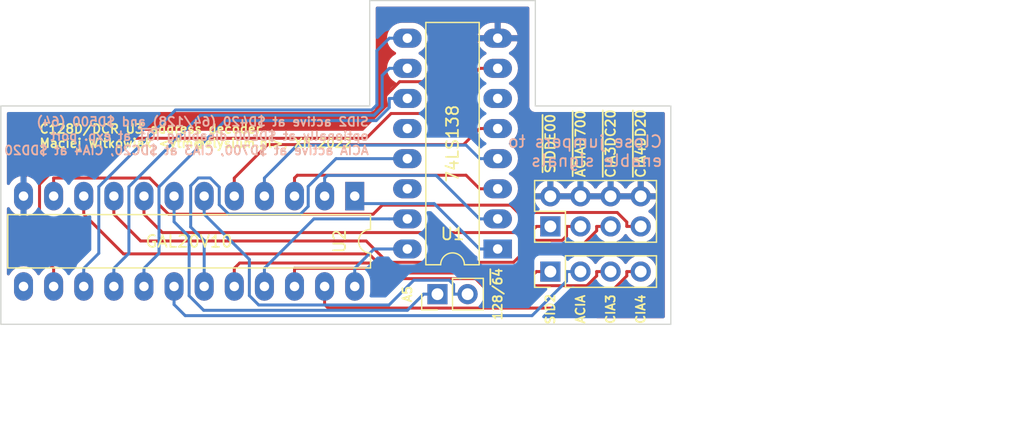
<source format=kicad_pcb>
(kicad_pcb (version 20211014) (generator pcbnew)
  (title_block (title "C128 U3 address decoder") (date "2022-12-11") (rev "1") (company "YTM Enterprises") (comment 1 "Maciej Witkowiak, <ytm@elysium.pl>"))
  (layers (0 "F.Cu" signal) (31 "B.Cu" signal) (34 "B.Paste" user) (35 "F.Paste" user) (36 "B.SilkS" user "B.Silkscreen") (37 "F.SilkS" user "F.Silkscreen") (38 "B.Mask" user) (39 "F.Mask" user) (44 "Edge.Cuts" user))
  (net 0 "")
  (net 5 "/A8")
  (net 6 "/A9")
  (net 7 "/A11")
  (net 8 "/~{U31}")
  (net 9 "/~{IOCS}")
  (net 10 "/~{IO2}")
  (net 11 "GND")
  (net 12 "/~{IO1}")
  (net 13 "/~{CIA2}")
  (net 14 "/~{CIA1}")
  (net 15 "/~{VDC}")
  (net 16 "/~{SID}")
  (net 17 "VCC")
  (net 18 "/A5")
  (net 19 "/~{SID_DE00}")
  (net 20 "/~{ACIA_D700}")
  (net 21 "/~{CIA3_DC20}")
  (net 22 "/~{CIA4_DD20}")
  (net 23 "/~{ACIA}")
  (net 24 "/~{SID2}")
  (net 25 "/~{CIA3}")
  (net 26 "/~{CIA4}")
  (net 27 "/128{slash}~{64}")
  (footprint "Connector_PinHeader_2.54mm:PinHeader_1x04_P2.54mm_Vertical" (layer "F.Cu") (at 165.735 104.775 90)
    (fp_text reference "J3" hide)
    (fp_text value "Conn_01x04" hide)
    (fp_line (start 1.33 1.27) (end 1.33 8.95) (layer "F.SilkS") (width 0.12))
    (fp_line (start -1.33 1.27) (end -1.33 8.95) (layer "F.SilkS") (width 0.12))
    (fp_line (start -1.33 -1.33) (end 0 -1.33) (layer "F.SilkS") (width 0.12))
    (fp_line (start -1.33 8.95) (end 1.33 8.95) (layer "F.SilkS") (width 0.12))
    (fp_line (start -1.33 1.27) (end 1.33 1.27) (layer "F.SilkS") (width 0.12))
    (fp_line (start -1.33 0) (end -1.33 -1.33) (layer "F.SilkS") (width 0.12))
    (pad "1" thru_hole rect (at 0 0 90) (size 1.7 1.7) (drill 1) (layers *.Cu *.Mask) (net 24 "/~{SID2}"))
    (pad "2" thru_hole oval (at 0 2.54 90) (size 1.7 1.7) (drill 1) (layers *.Cu *.Mask) (net 23 "/~{ACIA}"))
    (pad "3" thru_hole oval (at 0 5.08 90) (size 1.7 1.7) (drill 1) (layers *.Cu *.Mask) (net 25 "/~{CIA3}"))
    (pad "4" thru_hole oval (at 0 7.62 90) (size 1.7 1.7) (drill 1) (layers *.Cu *.Mask) (net 26 "/~{CIA4}"))
  )
  (footprint "Package_DIP:DIP-16_W7.62mm_LongPads" (layer "F.Cu") (at 161.29 102.87 180)
    (fp_text reference "U1" (at 3.81 1.27) (layer "F.SilkS"))
    (fp_text value "74LS138" (at 3.81 8.89 90) (layer "F.SilkS"))
    (fp_line (start 1.56 19.11) (end 6.06 19.11) (layer "F.SilkS") (width 0.12))
    (fp_line (start 1.56 -1.33) (end 1.56 19.11) (layer "F.SilkS") (width 0.12))
    (fp_line (start 2.81 -1.33) (end 1.56 -1.33) (layer "F.SilkS") (width 0.12))
    (fp_line (start 6.06 -1.33) (end 4.81 -1.33) (layer "F.SilkS") (width 0.12))
    (fp_line (start 6.06 19.11) (end 6.06 -1.33) (layer "F.SilkS") (width 0.12))
    (fp_arc (start 4.81 -1.33) (mid 3.81 -0.33) (end 2.81 -1.33) (layer "F.SilkS") (width 0.12))
    (pad "1" thru_hole rect (at 0 0 180) (size 2.4 1.6) (drill 0.8) (layers *.Cu *.Mask) (net 5 "/A8"))
    (pad "2" thru_hole oval (at 0 2.54 180) (size 2.4 1.6) (drill 0.8) (layers *.Cu *.Mask) (net 6 "/A9"))
    (pad "3" thru_hole oval (at 0 5.08 180) (size 2.4 1.6) (drill 0.8) (layers *.Cu *.Mask) (net 7 "/A11"))
    (pad "4" thru_hole oval (at 0 7.62 180) (size 2.4 1.6) (drill 0.8) (layers *.Cu *.Mask) (net 8 "/~{U31}"))
    (pad "5" thru_hole oval (at 0 10.16 180) (size 2.4 1.6) (drill 0.8) (layers *.Cu *.Mask) (net 9 "/~{IOCS}"))
    (pad "6" thru_hole oval (at 0 12.7 180) (size 2.4 1.6) (drill 0.8) (layers *.Cu *.Mask))
    (pad "7" thru_hole oval (at 0 15.24 180) (size 2.4 1.6) (drill 0.8) (layers *.Cu *.Mask) (net 10 "/~{IO2}"))
    (pad "8" thru_hole oval (at 0 17.78 180) (size 2.4 1.6) (drill 0.8) (layers *.Cu *.Mask) (net 11 "GND"))
    (pad "9" thru_hole oval (at 7.62 17.78 180) (size 2.4 1.6) (drill 0.8) (layers *.Cu *.Mask) (net 12 "/~{IO1}"))
    (pad "10" thru_hole oval (at 7.62 15.24 180) (size 2.4 1.6) (drill 0.8) (layers *.Cu *.Mask) (net 13 "/~{CIA2}"))
    (pad "11" thru_hole oval (at 7.62 12.7 180) (size 2.4 1.6) (drill 0.8) (layers *.Cu *.Mask) (net 14 "/~{CIA1}"))
    (pad "12" thru_hole oval (at 7.62 10.16 180) (size 2.4 1.6) (drill 0.8) (layers *.Cu *.Mask))
    (pad "13" thru_hole oval (at 7.62 7.62 180) (size 2.4 1.6) (drill 0.8) (layers *.Cu *.Mask) (net 15 "/~{VDC}"))
    (pad "14" thru_hole oval (at 7.62 5.08 180) (size 2.4 1.6) (drill 0.8) (layers *.Cu *.Mask))
    (pad "15" thru_hole oval (at 7.62 2.54 180) (size 2.4 1.6) (drill 0.8) (layers *.Cu *.Mask) (net 16 "/~{SID}"))
    (pad "16" thru_hole oval (at 7.62 0 180) (size 2.4 1.6) (drill 0.8) (layers *.Cu *.Mask) (net 17 "VCC"))
  )
  (footprint "Package_DIP:DIP-24_W7.62mm_LongPads" (layer "F.Cu") (at 149.23 98.41 -90)
    (fp_text reference "U2" (at 3.81 1.275 90) (layer "F.SilkS"))
    (fp_text value "GAL20V10" (at 3.825 13.975) (layer "F.SilkS"))
    (fp_line (start 1.56 -1.33) (end 1.56 29.27) (layer "F.SilkS") (width 0.12))
    (fp_line (start 1.56 29.27) (end 6.06 29.27) (layer "F.SilkS") (width 0.12))
    (fp_line (start 6.06 29.27) (end 6.06 -1.33) (layer "F.SilkS") (width 0.12))
    (fp_line (start 2.81 -1.33) (end 1.56 -1.33) (layer "F.SilkS") (width 0.12))
    (fp_line (start 6.06 -1.33) (end 4.81 -1.33) (layer "F.SilkS") (width 0.12))
    (fp_arc (start 4.81 -1.33) (mid 3.81 -0.33) (end 2.81 -1.33) (layer "F.SilkS") (width 0.12))
    (pad "1" thru_hole rect (at 0 0 270) (size 2.4 1.6) (drill 0.8) (layers *.Cu *.Mask) (net 5 "/A8"))
    (pad "2" thru_hole oval (at 0 2.54 270) (size 2.4 1.6) (drill 0.8) (layers *.Cu *.Mask) (net 6 "/A9"))
    (pad "3" thru_hole oval (at 0 5.08 270) (size 2.4 1.6) (drill 0.8) (layers *.Cu *.Mask) (net 7 "/A11"))
    (pad "4" thru_hole oval (at 0 7.62 270) (size 2.4 1.6) (drill 0.8) (layers *.Cu *.Mask) (net 8 "/~{U31}"))
    (pad "5" thru_hole oval (at 0 10.16 270) (size 2.4 1.6) (drill 0.8) (layers *.Cu *.Mask) (net 9 "/~{IOCS}"))
    (pad "6" thru_hole oval (at 0 12.7 270) (size 2.4 1.6) (drill 0.8) (layers *.Cu *.Mask) (net 27 "/128{slash}~{64}"))
    (pad "7" thru_hole oval (at 0 15.24 270) (size 2.4 1.6) (drill 0.8) (layers *.Cu *.Mask) (net 18 "/A5"))
    (pad "8" thru_hole oval (at 0 17.78 270) (size 2.4 1.6) (drill 0.8) (layers *.Cu *.Mask) (net 19 "/~{SID_DE00}"))
    (pad "9" thru_hole oval (at 0 20.32 270) (size 2.4 1.6) (drill 0.8) (layers *.Cu *.Mask) (net 20 "/~{ACIA_D700}"))
    (pad "10" thru_hole oval (at 0 22.86 270) (size 2.4 1.6) (drill 0.8) (layers *.Cu *.Mask) (net 21 "/~{CIA3_DC20}"))
    (pad "11" thru_hole oval (at 0 25.4 270) (size 2.4 1.6) (drill 0.8) (layers *.Cu *.Mask) (net 22 "/~{CIA4_DD20}"))
    (pad "12" thru_hole oval (at 0 27.94 270) (size 2.4 1.6) (drill 0.8) (layers *.Cu *.Mask) (net 11 "GND"))
    (pad "13" thru_hole oval (at 7.62 27.94 270) (size 2.4 1.6) (drill 0.8) (layers *.Cu *.Mask))
    (pad "14" thru_hole oval (at 7.62 25.4 270) (size 2.4 1.6) (drill 0.8) (layers *.Cu *.Mask) (net 10 "/~{IO2}"))
    (pad "15" thru_hole oval (at 7.62 22.86 270) (size 2.4 1.6) (drill 0.8) (layers *.Cu *.Mask) (net 12 "/~{IO1}"))
    (pad "16" thru_hole oval (at 7.62 20.32 270) (size 2.4 1.6) (drill 0.8) (layers *.Cu *.Mask) (net 13 "/~{CIA2}"))
    (pad "17" thru_hole oval (at 7.62 17.78 270) (size 2.4 1.6) (drill 0.8) (layers *.Cu *.Mask) (net 14 "/~{CIA1}"))
    (pad "18" thru_hole oval (at 7.62 15.24 270) (size 2.4 1.6) (drill 0.8) (layers *.Cu *.Mask) (net 23 "/~{ACIA}"))
    (pad "19" thru_hole oval (at 7.62 12.7 270) (size 2.4 1.6) (drill 0.8) (layers *.Cu *.Mask) (net 15 "/~{VDC}"))
    (pad "20" thru_hole oval (at 7.62 10.16 270) (size 2.4 1.6) (drill 0.8) (layers *.Cu *.Mask) (net 24 "/~{SID2}"))
    (pad "21" thru_hole oval (at 7.62 7.62 270) (size 2.4 1.6) (drill 0.8) (layers *.Cu *.Mask) (net 16 "/~{SID}"))
    (pad "22" thru_hole oval (at 7.62 5.08 270) (size 2.4 1.6) (drill 0.8) (layers *.Cu *.Mask) (net 25 "/~{CIA3}"))
    (pad "23" thru_hole oval (at 7.62 2.54 270) (size 2.4 1.6) (drill 0.8) (layers *.Cu *.Mask) (net 26 "/~{CIA4}"))
    (pad "24" thru_hole oval (at 7.62 0 270) (size 2.4 1.6) (drill 0.8) (layers *.Cu *.Mask) (net 17 "VCC"))
  )
  (footprint "Connector_PinHeader_2.54mm:PinHeader_1x02_P2.54mm_Vertical" (layer "F.Cu") (at 156.21 106.68 90)
    (fp_text reference "J2" hide)
    (fp_text value "Conn_01x02" hide)
    (fp_line (start -1.33 -1.33) (end 0 -1.33) (layer "F.SilkS") (width 0.12))
    (fp_line (start -1.33 1.27) (end 1.33 1.27) (layer "F.SilkS") (width 0.12))
    (fp_line (start 1.33 1.27) (end 1.33 3.87) (layer "F.SilkS") (width 0.12))
    (fp_line (start -1.33 0) (end -1.33 -1.33) (layer "F.SilkS") (width 0.12))
    (fp_line (start -1.33 1.27) (end -1.33 3.87) (layer "F.SilkS") (width 0.12))
    (fp_line (start -1.33 3.87) (end 1.33 3.87) (layer "F.SilkS") (width 0.12))
    (pad "1" thru_hole rect (at 0 0 90) (size 1.7 1.7) (drill 1) (layers *.Cu *.Mask) (net 18 "/A5"))
    (pad "2" thru_hole oval (at 0 2.54 90) (size 1.7 1.7) (drill 1) (layers *.Cu *.Mask) (net 27 "/128{slash}~{64}"))
  )
  (footprint "Connector_PinHeader_2.54mm:PinHeader_2x04_P2.54mm_Vertical" (layer "F.Cu") (at 165.735 100.965 90)
    (fp_text reference "J1" hide)
    (fp_text value "Conn_02x04_Row_Letter_Last" hide)
    (fp_line (start -1.33 1.27) (end -1.33 8.95) (layer "F.SilkS") (width 0.12))
    (fp_line (start -1.33 0) (end -1.33 -1.33) (layer "F.SilkS") (width 0.12))
    (fp_line (start -1.33 8.95) (end 3.87 8.95) (layer "F.SilkS") (width 0.12))
    (fp_line (start 3.87 -1.33) (end 3.87 8.95) (layer "F.SilkS") (width 0.12))
    (fp_line (start 1.27 -1.33) (end 3.87 -1.33) (layer "F.SilkS") (width 0.12))
    (fp_line (start -1.33 -1.33) (end 0 -1.33) (layer "F.SilkS") (width 0.12))
    (fp_line (start -1.33 1.27) (end 1.27 1.27) (layer "F.SilkS") (width 0.12))
    (fp_line (start 1.27 1.27) (end 1.27 -1.33) (layer "F.SilkS") (width 0.12))
    (pad "1" thru_hole rect (at 0 0 90) (size 1.7 1.7) (drill 1) (layers *.Cu *.Mask) (net 19 "/~{SID_DE00}"))
    (pad "2" thru_hole oval (at 2.54 0 90) (size 1.7 1.7) (drill 1) (layers *.Cu *.Mask) (net 11 "GND"))
    (pad "3" thru_hole oval (at 0 2.54 90) (size 1.7 1.7) (drill 1) (layers *.Cu *.Mask) (net 20 "/~{ACIA_D700}"))
    (pad "4" thru_hole oval (at 2.54 2.54 90) (size 1.7 1.7) (drill 1) (layers *.Cu *.Mask) (net 11 "GND"))
    (pad "5" thru_hole oval (at 0 5.08 90) (size 1.7 1.7) (drill 1) (layers *.Cu *.Mask) (net 21 "/~{CIA3_DC20}"))
    (pad "6" thru_hole oval (at 2.54 5.08 90) (size 1.7 1.7) (drill 1) (layers *.Cu *.Mask) (net 11 "GND"))
    (pad "7" thru_hole oval (at 0 7.62 90) (size 1.7 1.7) (drill 1) (layers *.Cu *.Mask) (net 22 "/~{CIA4_DD20}"))
    (pad "8" thru_hole oval (at 2.54 7.62 90) (size 1.7 1.7) (drill 1) (layers *.Cu *.Mask) (net 11 "GND"))
  )
  (gr_line (start 164.465 81.915) (end 150.495 81.915) (layer "Edge.Cuts") (width 0.1))
  (gr_line (start 175.895 90.805) (end 164.465 90.805) (layer "Edge.Cuts") (width 0.1))
  (gr_line (start 150.495 90.805) (end 119.38 90.805) (layer "Edge.Cuts") (width 0.1))
  (gr_line (start 119.38 109.22) (end 175.895 109.22) (layer "Edge.Cuts") (width 0.1))
  (gr_line (start 150.495 81.915) (end 150.495 90.805) (layer "Edge.Cuts") (width 0.1))
  (gr_line (start 119.38 90.805) (end 119.38 109.22) (layer "Edge.Cuts") (width 0.1))
  (gr_line (start 164.465 90.805) (end 164.465 81.915) (layer "Edge.Cuts") (width 0.1))
  (gr_line (start 175.895 109.22) (end 175.895 90.805) (layer "Edge.Cuts") (width 0.1))
  (gr_text "Close jumpers to\nenable signals" (at 175.26 94.615) (layer "B.SilkS") (effects (font (size 1 1)) (justify left mirror)))
  (gr_text "SID2 active at $D420 (64/128) and $D500 (64)\noptionally at $DE00 disabling ~{IO1} at exp. port\nACIA active at $D700, CIA3 at $DC20, CIA4 at $DD20" (at 150.495 93.345) (layer "B.SilkS") (effects (font (size 0.75 0.75)) (justify left mirror)))
  (gr_text "C128D/DCR U3 address decoder\nMaciej Witkowiak <ytm@elysium.pl>, XII 2022" (at 122.555 93.345) (layer "F.SilkS") (effects (font (size 0.75 0.75)) (justify left)))
  (gr_text "CIA3" (at 170.815 107.95 90) (layer "F.SilkS") (effects (font (size 0.75 0.75))))
  (gr_text "~{CIA3DC20}" (at 170.815 93.98 90) (layer "F.SilkS") (effects (font (size 0.8 0.8))))
  (gr_text "~{ACIAD700}" (at 168.275 93.98 90) (layer "F.SilkS") (effects (font (size 0.8 0.8))))
  (gr_text "CIA4" (at 173.355 107.95 90) (layer "F.SilkS") (effects (font (size 0.75 0.75))))
  (gr_text "~{CIA4DD20}" (at 173.355 93.98 90) (layer "F.SilkS") (effects (font (size 0.8 0.8))))
  (gr_text "SID2" (at 165.735 107.95 90) (layer "F.SilkS") (effects (font (size 0.75 0.75))))
  (gr_text "~{SIDDE00}" (at 165.735 93.98 90) (layer "F.SilkS") (effects (font (size 0.8 0.8))))
  (gr_text "ACIA" (at 168.275 107.95 90) (layer "F.SilkS") (effects (font (size 0.75 0.75))))
  (gr_text "128/~{64}" (at 161.29 106.68 90) (layer "F.SilkS") (effects (font (size 0.75 0.75))))
  (gr_text "A5" (at 153.67 106.68 90) (layer "F.SilkS") (effects (font (size 0.75 0.75))))
  (segment (start 155.9365 99.0418) (end 149.8618 99.0418) (width 0.25) (layer "B.Cu") (net 5))
  (segment (start 159.7647 102.87) (end 155.9365 99.0418) (width 0.25) (layer "B.Cu") (net 5))
  (segment (start 149.8618 99.0418) (end 149.23 98.41) (width 0.25) (layer "B.Cu") (net 5))
  (segment (start 161.29 102.87) (end 159.7647 102.87) (width 0.25) (layer "B.Cu") (net 5))
  (segment (start 156.0994 96.6647) (end 146.91 96.6647) (width 0.25) (layer "B.Cu") (net 6))
  (segment (start 146.91 96.6647) (end 146.69 96.8847) (width 0.25) (layer "B.Cu") (net 6))
  (segment (start 159.7647 100.33) (end 156.0994 96.6647) (width 0.25) (layer "B.Cu") (net 6))
  (segment (start 161.29 100.33) (end 159.7647 100.33) (width 0.25) (layer "B.Cu") (net 6))
  (segment (start 146.69 98.41) (end 146.69 96.8847) (width 0.25) (layer "B.Cu") (net 6))
  (segment (start 159.7647 97.79) (end 158.623 96.6483) (width 0.25) (layer "F.Cu") (net 7))
  (segment (start 144.15 98.41) (end 144.15 96.8847) (width 0.25) (layer "F.Cu") (net 7))
  (segment (start 158.623 96.6483) (end 144.3864 96.6483) (width 0.25) (layer "F.Cu") (net 7))
  (segment (start 144.3864 96.6483) (end 144.15 96.8847) (width 0.25) (layer "F.Cu") (net 7))
  (segment (start 161.29 97.79) (end 159.7647 97.79) (width 0.25) (layer "F.Cu") (net 7))
  (segment (start 158.6253 94.1106) (end 144.3841 94.1106) (width 0.25) (layer "B.Cu") (net 8))
  (segment (start 161.29 95.25) (end 159.7647 95.25) (width 0.25) (layer "B.Cu") (net 8))
  (segment (start 144.3841 94.1106) (end 141.61 96.8847) (width 0.25) (layer "B.Cu") (net 8))
  (segment (start 159.7647 95.25) (end 158.6253 94.1106) (width 0.25) (layer "B.Cu") (net 8))
  (segment (start 141.61 98.41) (end 141.61 96.8847) (width 0.25) (layer "B.Cu") (net 8))
  (segment (start 139.07 96.8847) (end 141.8931 94.0616) (width 0.25) (layer "F.Cu") (net 9))
  (segment (start 139.07 98.41) (end 139.07 96.8847) (width 0.25) (layer "F.Cu") (net 9))
  (segment (start 158.4131 94.0616) (end 159.7647 92.71) (width 0.25) (layer "F.Cu") (net 9))
  (segment (start 141.8931 94.0616) (end 158.4131 94.0616) (width 0.25) (layer "F.Cu") (net 9))
  (segment (start 161.29 92.71) (end 159.7647 92.71) (width 0.25) (layer "F.Cu") (net 9))
  (segment (start 152.2954 91.44) (end 150.2043 93.5311) (width 0.25) (layer "F.Cu") (net 10))
  (segment (start 123.83 106.03) (end 123.83 104.5047) (width 0.25) (layer "F.Cu") (net 10))
  (segment (start 122.6395 97.4151) (end 122.6395 103.3142) (width 0.25) (layer "F.Cu") (net 10))
  (segment (start 150.2043 93.5311) (end 126.5235 93.5311) (width 0.25) (layer "F.Cu") (net 10))
  (segment (start 155.9547 91.44) (end 152.2954 91.44) (width 0.25) (layer "F.Cu") (net 10))
  (segment (start 126.5235 93.5311) (end 122.6395 97.4151) (width 0.25) (layer "F.Cu") (net 10))
  (segment (start 159.7647 87.63) (end 155.9547 91.44) (width 0.25) (layer "F.Cu") (net 10))
  (segment (start 122.6395 103.3142) (end 123.83 104.5047) (width 0.25) (layer "F.Cu") (net 10))
  (segment (start 161.29 87.63) (end 159.7647 87.63) (width 0.25) (layer "F.Cu") (net 10))
  (segment (start 161.29 85.09) (end 159.7647 85.09) (width 0.25) (layer "F.Cu") (net 11))
  (segment (start 156.0993 88.7554) (end 153.019 88.7554) (width 0.25) (layer "F.Cu") (net 11))
  (segment (start 153.019 88.7554) (end 151.13 90.6444) (width 0.25) (layer "F.Cu") (net 11))
  (segment (start 151.13 91.44) (end 126.7347 91.44) (width 0.25) (layer "F.Cu") (net 11))
  (segment (start 168.275 98.425) (end 170.815 98.425) (width 0.25) (layer "F.Cu") (net 11))
  (segment (start 121.29 96.8847) (end 121.29 98.41) (width 0.25) (layer "F.Cu") (net 11))
  (segment (start 126.7347 91.44) (end 121.29 96.8847) (width 0.25) (layer "F.Cu") (net 11))
  (segment (start 151.13 90.6444) (end 151.13 91.44) (width 0.25) (layer "F.Cu") (net 11))
  (segment (start 159.7647 85.09) (end 156.0993 88.7554) (width 0.25) (layer "F.Cu") (net 11))
  (segment (start 163.5384 95.0531) (end 165.735 97.2497) (width 0.25) (layer "B.Cu") (net 11))
  (segment (start 165.735 98.425) (end 168.275 98.425) (width 0.25) (layer "B.Cu") (net 11))
  (segment (start 163.5384 85.8131) (end 163.5384 95.0531) (width 0.25) (layer "B.Cu") (net 11))
  (segment (start 165.735 97.8373) (end 165.735 97.2497) (width 0.25) (layer "B.Cu") (net 11))
  (segment (start 161.29 85.09) (end 162.8153 85.09) (width 0.25) (layer "B.Cu") (net 11))
  (segment (start 162.8153 85.09) (end 163.5384 85.8131) (width 0.25) (layer "B.Cu") (net 11))
  (segment (start 165.735 98.425) (end 165.735 97.8373) (width 0.25) (layer "B.Cu") (net 11))
  (segment (start 170.815 98.425) (end 173.355 98.425) (width 0.25) (layer "B.Cu") (net 11))
  (segment (start 126.37 106.03) (end 126.37 104.5047) (width 0.25) (layer "B.Cu") (net 12))
  (segment (start 127.64 97.6179) (end 127.64 103.2347) (width 0.25) (layer "B.Cu") (net 12))
  (segment (start 151.0973 86.1374) (end 151.0973 90.7101) (width 0.25) (layer "B.Cu") (net 12))
  (segment (start 151.0973 90.7101) (end 150.667 91.1404) (width 0.25) (layer "B.Cu") (net 12))
  (segment (start 150.667 91.1404) (end 134.1175 91.1404) (width 0.25) (layer "B.Cu") (net 12))
  (segment (start 127.64 103.2347) (end 126.37 104.5047) (width 0.25) (layer "B.Cu") (net 12))
  (segment (start 152.1447 85.09) (end 151.0973 86.1374) (width 0.25) (layer "B.Cu") (net 12))
  (segment (start 134.1175 91.1404) (end 127.64 97.6179) (width 0.25) (layer "B.Cu") (net 12))
  (segment (start 153.67 85.09) (end 152.1447 85.09) (width 0.25) (layer "B.Cu") (net 12))
  (segment (start 150.8536 91.5907) (end 151.5476 90.8967) (width 0.25) (layer "B.Cu") (net 13))
  (segment (start 128.91 104.5047) (end 130.18 103.2347) (width 0.25) (layer "B.Cu") (net 13))
  (segment (start 151.5476 88.2271) (end 152.1447 87.63) (width 0.25) (layer "B.Cu") (net 13))
  (segment (start 130.18 103.2347) (end 130.18 97.6179) (width 0.25) (layer "B.Cu") (net 13))
  (segment (start 153.67 87.63) (end 152.1447 87.63) (width 0.25) (layer "B.Cu") (net 13))
  (segment (start 128.91 106.03) (end 128.91 104.5047) (width 0.25) (layer "B.Cu") (net 13))
  (segment (start 151.5476 90.8967) (end 151.5476 88.2271) (width 0.25) (layer "B.Cu") (net 13))
  (segment (start 136.2072 91.5907) (end 150.8536 91.5907) (width 0.25) (layer "B.Cu") (net 13))
  (segment (start 130.18 97.6179) (end 136.2072 91.5907) (width 0.25) (layer "B.Cu") (net 13))
  (segment (start 131.45 104.5047) (end 132.72 103.2347) (width 0.25) (layer "B.Cu") (net 14))
  (segment (start 152.1447 90.9365) (end 152.1447 90.17) (width 0.25) (layer "B.Cu") (net 14))
  (segment (start 151.0402 92.041) (end 152.1447 90.9365) (width 0.25) (layer "B.Cu") (net 14))
  (segment (start 132.72 97.6258) (end 138.3048 92.041) (width 0.25) (layer "B.Cu") (net 14))
  (segment (start 131.45 106.03) (end 131.45 104.5047) (width 0.25) (layer "B.Cu") (net 14))
  (segment (start 138.3048 92.041) (end 151.0402 92.041) (width 0.25) (layer "B.Cu") (net 14))
  (segment (start 132.72 103.2347) (end 132.72 97.6258) (width 0.25) (layer "B.Cu") (net 14))
  (segment (start 153.67 90.17) (end 152.1447 90.17) (width 0.25) (layer "B.Cu") (net 14))
  (segment (start 136.0449 96.8781) (end 135.3921 97.5309) (width 0.25) (layer "B.Cu") (net 15))
  (segment (start 138.5965 99.9354) (end 137.8 99.1389) (width 0.25) (layer "B.Cu") (net 15))
  (segment (start 145.3046 97.5952) (end 145.3046 99.2773) (width 0.25) (layer "B.Cu") (net 15))
  (segment (start 137.8 99.1389) (end 137.8 97.6458) (width 0.25) (layer "B.Cu") (net 15))
  (segment (start 136.53 102.157) (end 136.53 106.03) (width 0.25) (layer "B.Cu") (net 15))
  (segment (start 145.3046 99.2773) (end 144.6465 99.9354) (width 0.25) (layer "B.Cu") (net 15))
  (segment (start 135.3921 101.0191) (end 136.53 102.157) (width 0.25) (layer "B.Cu") (net 15))
  (segment (start 137.0323 96.8781) (end 136.0449 96.8781) (width 0.25) (layer "B.Cu") (net 15))
  (segment (start 147.6498 95.25) (end 145.3046 97.5952) (width 0.25) (layer "B.Cu") (net 15))
  (segment (start 153.67 95.25) (end 147.6498 95.25) (width 0.25) (layer "B.Cu") (net 15))
  (segment (start 135.3921 97.5309) (end 135.3921 101.0191) (width 0.25) (layer "B.Cu") (net 15))
  (segment (start 144.6465 99.9354) (end 138.5965 99.9354) (width 0.25) (layer "B.Cu") (net 15))
  (segment (start 137.8 97.6458) (end 137.0323 96.8781) (width 0.25) (layer "B.Cu") (net 15))
  (segment (start 141.61 106.03) (end 141.61 104.5047) (width 0.25) (layer "B.Cu") (net 16))
  (segment (start 153.67 100.33) (end 152.1447 100.33) (width 0.25) (layer "B.Cu") (net 16))
  (segment (start 145.7847 100.33) (end 141.61 104.5047) (width 0.25) (layer "B.Cu") (net 16))
  (segment (start 152.1447 100.33) (end 145.7847 100.33) (width 0.25) (layer "B.Cu") (net 16))
  (segment (start 153.67 102.87) (end 152.1447 102.87) (width 0.25) (layer "B.Cu") (net 17))
  (segment (start 152.1447 102.87) (end 150.8647 102.87) (width 0.25) (layer "B.Cu") (net 17))
  (segment (start 150.8647 102.87) (end 149.23 104.5047) (width 0.25) (layer "B.Cu") (net 17))
  (segment (start 149.23 106.03) (end 149.23 104.5047) (width 0.25) (layer "B.Cu") (net 17))
  (segment (start 133.99 98.41) (end 133.99 99.9353) (width 0.25) (layer "B.Cu") (net 18))
  (segment (start 153.6719 108.0428) (end 155.0347 106.68) (width 0.25) (layer "B.Cu") (net 18))
  (segment (start 133.99 100.5721) (end 135.26 101.8421) (width 0.25) (layer "B.Cu") (net 18))
  (segment (start 135.26 101.8421) (end 135.26 106.8171) (width 0.25) (layer "B.Cu") (net 18))
  (segment (start 156.21 106.68) (end 155.0347 106.68) (width 0.25) (layer "B.Cu") (net 18))
  (segment (start 136.4857 108.0428) (end 153.6719 108.0428) (width 0.25) (layer "B.Cu") (net 18))
  (segment (start 133.99 99.9353) (end 133.99 100.5721) (width 0.25) (layer "B.Cu") (net 18))
  (segment (start 135.26 106.8171) (end 136.4857 108.0428) (width 0.25) (layer "B.Cu") (net 18))
  (segment (start 131.45 98.41) (end 131.45 99.9353) (width 0.25) (layer "F.Cu") (net 19))
  (segment (start 131.45 99.9353) (end 133 101.4853) (width 0.25) (layer "F.Cu") (net 19))
  (segment (start 164.0394 101.4853) (end 164.5597 100.965) (width 0.25) (layer "F.Cu") (net 19))
  (segment (start 133 101.4853) (end 164.0394 101.4853) (width 0.25) (layer "F.Cu") (net 19))
  (segment (start 165.735 100.965) (end 164.5597 100.965) (width 0.25) (layer "F.Cu") (net 19))
  (segment (start 166.7325 102.1403) (end 167.0997 101.7731) (width 0.25) (layer "F.Cu") (net 20))
  (segment (start 150.1987 102.1952) (end 151.9988 103.9953) (width 0.25) (layer "F.Cu") (net 20))
  (segment (start 164.4798 102.1403) (end 166.7325 102.1403) (width 0.25) (layer "F.Cu") (net 20))
  (segment (start 167.0997 101.7731) (end 167.0997 100.965) (width 0.25) (layer "F.Cu") (net 20))
  (segment (start 128.91 99.9353) (end 131.1699 102.1952) (width 0.25) (layer "F.Cu") (net 20))
  (segment (start 162.6248 103.9953) (end 164.4798 102.1403) (width 0.25) (layer "F.Cu") (net 20))
  (segment (start 131.1699 102.1952) (end 150.1987 102.1952) (width 0.25) (layer "F.Cu") (net 20))
  (segment (start 128.91 98.41) (end 128.91 99.9353) (width 0.25) (layer "F.Cu") (net 20))
  (segment (start 168.275 100.965) (end 167.0997 100.965) (width 0.25) (layer "F.Cu") (net 20))
  (segment (start 151.9988 103.9953) (end 162.6248 103.9953) (width 0.25) (layer "F.Cu") (net 20))
  (segment (start 167.9313 103.0408) (end 169.6397 101.3324) (width 0.25) (layer "F.Cu") (net 21))
  (segment (start 129.7171 103.2824) (end 150.424 103.2824) (width 0.25) (layer "F.Cu") (net 21))
  (segment (start 170.815 100.965) (end 169.6397 100.965) (width 0.25) (layer "F.Cu") (net 21))
  (segment (start 164.2162 103.0408) (end 167.9313 103.0408) (width 0.25) (layer "F.Cu") (net 21))
  (segment (start 162.8114 104.4456) (end 164.2162 103.0408) (width 0.25) (layer "F.Cu") (net 21))
  (segment (start 151.5872 104.4456) (end 162.8114 104.4456) (width 0.25) (layer "F.Cu") (net 21))
  (segment (start 126.37 98.41) (end 126.37 99.9353) (width 0.25) (layer "F.Cu") (net 21))
  (segment (start 150.424 103.2824) (end 151.5872 104.4456) (width 0.25) (layer "F.Cu") (net 21))
  (segment (start 169.6397 101.3324) (end 169.6397 100.965) (width 0.25) (layer "F.Cu") (net 21))
  (segment (start 126.37 99.9353) (end 129.7171 103.2824) (width 0.25) (layer "F.Cu") (net 21))
  (segment (start 173.355 100.965) (end 172.1797 100.965) (width 0.25) (layer "F.Cu") (net 22))
  (segment (start 151.5459 99.1723) (end 162.3873 99.1723) (width 0.25) (layer "F.Cu") (net 22))
  (segment (start 123.83 96.8847) (end 131.9257 96.8847) (width 0.25) (layer "F.Cu") (net 22))
  (segment (start 123.83 98.41) (end 123.83 96.8847) (width 0.25) (layer "F.Cu") (net 22))
  (segment (start 171.3718 99.7897) (end 172.1797 100.5976) (width 0.25) (layer "F.Cu") (net 22))
  (segment (start 163.0047 99.7897) (end 171.3718 99.7897) (width 0.25) (layer "F.Cu") (net 22))
  (segment (start 132.72 99.1333) (end 133.5221 99.9354) (width 0.25) (layer "F.Cu") (net 22))
  (segment (start 133.5221 99.9354) (end 150.7828 99.9354) (width 0.25) (layer "F.Cu") (net 22))
  (segment (start 162.3873 99.1723) (end 163.0047 99.7897) (width 0.25) (layer "F.Cu") (net 22))
  (segment (start 132.72 97.679) (end 132.72 99.1333) (width 0.25) (layer "F.Cu") (net 22))
  (segment (start 172.1797 100.5976) (end 172.1797 100.965) (width 0.25) (layer "F.Cu") (net 22))
  (segment (start 131.9257 96.8847) (end 132.72 97.679) (width 0.25) (layer "F.Cu") (net 22))
  (segment (start 150.7828 99.9354) (end 151.5459 99.1723) (width 0.25) (layer "F.Cu") (net 22))
  (segment (start 133.99 107.5553) (end 134.9278 108.4931) (width 0.25) (layer "B.Cu") (net 23))
  (segment (start 168.275 104.775) (end 167.0997 104.775) (width 0.25) (layer "B.Cu") (net 23))
  (segment (start 167.0997 105.583) (end 167.0997 104.775) (width 0.25) (layer "B.Cu") (net 23))
  (segment (start 164.1896 108.4931) (end 167.0997 105.583) (width 0.25) (layer "B.Cu") (net 23))
  (segment (start 134.9278 108.4931) (end 164.1896 108.4931) (width 0.25) (layer "B.Cu") (net 23))
  (segment (start 133.99 106.03) (end 133.99 107.5553) (width 0.25) (layer "B.Cu") (net 23))
  (segment (start 151.4007 104.896) (end 164.4387 104.896) (width 0.25) (layer "F.Cu") (net 24))
  (segment (start 139.5204 104.0543) (end 150.559 104.0543) (width 0.25) (layer "F.Cu") (net 24))
  (segment (start 139.07 104.5047) (end 139.5204 104.0543) (width 0.25) (layer "F.Cu") (net 24))
  (segment (start 150.559 104.0543) (end 151.4007 104.896) (width 0.25) (layer "F.Cu") (net 24))
  (segment (start 139.07 106.03) (end 139.07 104.5047) (width 0.25) (layer "F.Cu") (net 24))
  (segment (start 165.735 104.775) (end 164.5597 104.775) (width 0.25) (layer "F.Cu") (net 24))
  (segment (start 164.4387 104.896) (end 164.5597 104.775) (width 0.25) (layer "F.Cu") (net 24))
  (segment (start 170.815 104.775) (end 169.6397 104.775) (width 0.25) (layer "F.Cu") (net 25))
  (segment (start 144.15 106.03) (end 144.15 104.5047) (width 0.25) (layer "F.Cu") (net 25))
  (segment (start 169.6397 105.1403) (end 169.6397 104.775) (width 0.25) (layer "F.Cu") (net 25))
  (segment (start 150.2957 104.5047) (end 151.1617 105.3707) (width 0.25) (layer "F.Cu") (net 25))
  (segment (start 159.4213 105.3707) (end 160.0133 105.9627) (width 0.25) (layer "F.Cu") (net 25))
  (segment (start 144.15 104.5047) (end 150.2957 104.5047) (width 0.25) (layer "F.Cu") (net 25))
  (segment (start 160.0133 105.9627) (end 168.8173 105.9627) (width 0.25) (layer "F.Cu") (net 25))
  (segment (start 168.8173 105.9627) (end 169.6397 105.1403) (width 0.25) (layer "F.Cu") (net 25))
  (segment (start 151.1617 105.3707) (end 159.4213 105.3707) (width 0.25) (layer "F.Cu") (net 25))
  (segment (start 173.355 104.775) (end 172.1797 104.775) (width 0.25) (layer "F.Cu") (net 26))
  (segment (start 169.4667 107.8554) (end 172.1797 105.1424) (width 0.25) (layer "F.Cu") (net 26))
  (segment (start 146.9901 107.8554) (end 169.4667 107.8554) (width 0.25) (layer "F.Cu") (net 26))
  (segment (start 146.69 107.5553) (end 146.9901 107.8554) (width 0.25) (layer "F.Cu") (net 26))
  (segment (start 146.69 106.03) (end 146.69 107.5553) (width 0.25) (layer "F.Cu") (net 26))
  (segment (start 172.1797 105.1424) (end 172.1797 104.775) (width 0.25) (layer "F.Cu") (net 26))
  (segment (start 136.53 98.41) (end 136.53 99.9353) (width 0.25) (layer "B.Cu") (net 27))
  (segment (start 158.75 106.68) (end 157.5747 106.68) (width 0.25) (layer "B.Cu") (net 27))
  (segment (start 157.5747 105.8719) (end 157.5747 106.68) (width 0.25) (layer "B.Cu") (net 27))
  (segment (start 154.2134 105.5047) (end 157.2075 105.5047) (width 0.25) (layer "B.Cu") (net 27))
  (segment (start 136.53 99.9353) (end 140.34 103.7453) (width 0.25) (layer "B.Cu") (net 27))
  (segment (start 140.34 106.8051) (end 141.1273 107.5924) (width 0.25) (layer "B.Cu") (net 27))
  (segment (start 152.1257 107.5924) (end 154.2134 105.5047) (width 0.25) (layer "B.Cu") (net 27))
  (segment (start 140.34 103.7453) (end 140.34 106.8051) (width 0.25) (layer "B.Cu") (net 27))
  (segment (start 141.1273 107.5924) (end 152.1257 107.5924) (width 0.25) (layer "B.Cu") (net 27))
  (segment (start 157.2075 105.5047) (end 157.5747 105.8719) (width 0.25) (layer "B.Cu") (net 27))
  (zone (net 11) (net_name "GND") (layers F&B.Cu) (connect_pads (clearance 0.508)) (min_thickness 0.254) (fill yes (thermal_gap 0.508) (thermal_bridge_width 0.508))
    (polygon (pts (xy 175.895 109.22) (xy 119.38 109.22) (xy 119.38 81.915) (xy 175.895 81.915)))
  )
)
</source>
